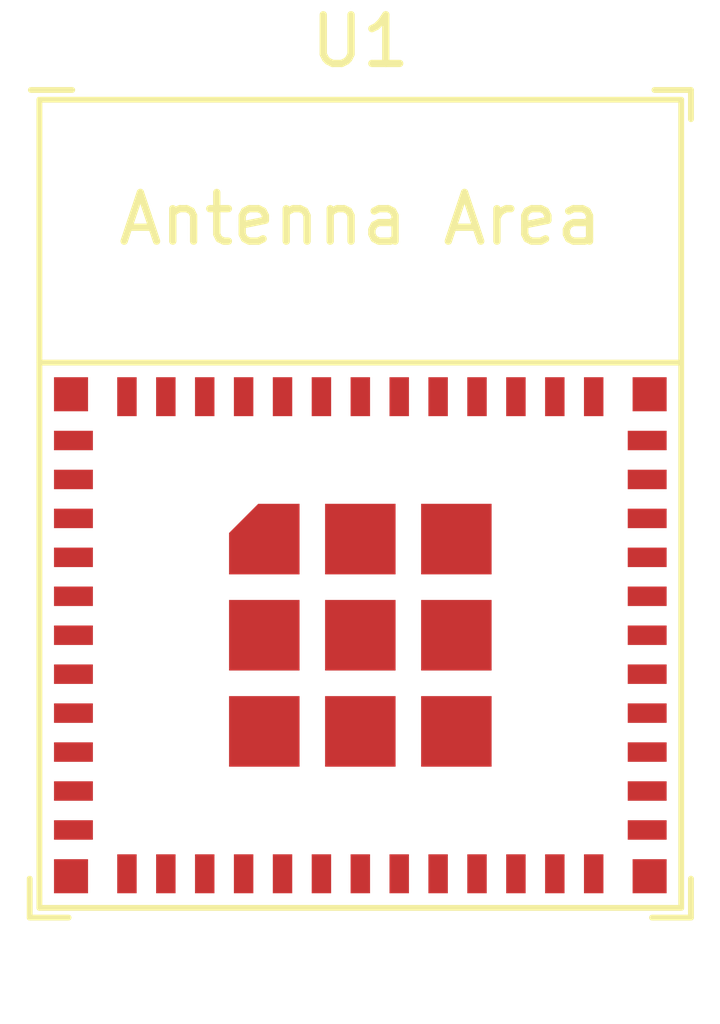
<source format=kicad_pcb>
(kicad_pcb (version 20241229) (generator "pcbnew") (generator_version "9.0")
  (layers (0 "F.Cu" signal) (2 "B.Cu" signal) (13 "F.Paste" user) (15 "B.Paste" user) (5 "F.SilkS" user "F.Silkscreen") (7 "B.SilkS" user "B.Silkscreen") (1 "F.Mask" user) (3 "B.Mask" user) (25 "Edge.Cuts" user))
  (net 0 "")
  (net 2 "Net-(U1-GND-Pad1)")
  (footprint "PCM_Espressif:ESP32-H2-MINI-1" (layer "F.Cu") (at 150.05 95.85)
    (property "Reference" "U1" (at 0 -9.5 0) (layer "F.SilkS"))
    (property "Value" "ESP32-H2-MINI-1")
    (fp_line (start -6.8 7.7) (end -6.8 8.5) (stroke (width 0.12)) (layer "F.SilkS"))
    (fp_line (start -6.8 8.5) (end -6 8.5) (stroke (width 0.12)) (layer "F.SilkS"))
    (fp_line (start -6.6 -8.3) (end 6.6 -8.3) (stroke (width 0.12)) (layer "F.SilkS"))
    (fp_line (start -6.6 -2.9) (end 6.6 -2.9) (stroke (width 0.12)) (layer "F.SilkS"))
    (fp_line (start -6.6 8.3) (end -6.6 -8.3) (stroke (width 0.12)) (layer "F.SilkS"))
    (fp_line (start -5.925 -8.5) (end -6.775 -8.5) (stroke (width 0.12)) (layer "F.SilkS"))
    (fp_line (start 6.05 -8.5) (end 6.8 -8.5) (stroke (width 0.12)) (layer "F.SilkS"))
    (fp_line (start 6.6 -8.3) (end 6.6 8.3) (stroke (width 0.12)) (layer "F.SilkS"))
    (fp_line (start 6.6 8.3) (end -6.6 8.3) (stroke (width 0.12)) (layer "F.SilkS"))
    (fp_line (start 6.8 -8.5) (end 6.8 -7.9) (stroke (width 0.12)) (layer "F.SilkS"))
    (fp_line (start 6.8 7.7) (end 6.8 8.5) (stroke (width 0.12)) (layer "F.SilkS"))
    (fp_line (start 6.8 8.5) (end 6 8.5) (stroke (width 0.12)) (layer "F.SilkS"))
    (fp_text user "Antenna Area" (at 0 -5.85 0) (layer "F.SilkS"))
    (pad "1" smd rect (at -5.9 -1.3 90) (size 0.4 0.8) (layers "F.Cu" "F.Mask" "F.Paste") (net 2 "Net-(U1-GND-Pad1)"))
    (pad "2" smd rect (at -5.9 -0.5 90) (size 0.4 0.8) (layers "F.Cu" "F.Mask" "F.Paste") (net 2 "Net-(U1-GND-Pad1)"))
    (pad "3" smd rect (at -5.9 0.3 90) (size 0.4 0.8) (layers "F.Cu" "F.Mask" "F.Paste"))
    (pad "4" smd rect (at -5.9 1.1 90) (size 0.4 0.8) (layers "F.Cu" "F.Mask" "F.Paste"))
    (pad "5" smd rect (at -5.9 1.9 90) (size 0.4 0.8) (layers "F.Cu" "F.Mask" "F.Paste"))
    (pad "6" smd rect (at -5.9 2.7 90) (size 0.4 0.8) (layers "F.Cu" "F.Mask" "F.Paste"))
    (pad "7" smd rect (at -5.9 3.5 90) (size 0.4 0.8) (layers "F.Cu" "F.Mask" "F.Paste"))
    (pad "8" smd rect (at -5.9 4.3 90) (size 0.4 0.8) (layers "F.Cu" "F.Mask" "F.Paste"))
    (pad "9" smd rect (at -5.9 5.1 90) (size 0.4 0.8) (layers "F.Cu" "F.Mask" "F.Paste"))
    (pad "10" smd rect (at -5.9 5.9 90) (size 0.4 0.8) (layers "F.Cu" "F.Mask" "F.Paste"))
    (pad "11" smd rect (at -5.9 6.7 90) (size 0.4 0.8) (layers "F.Cu" "F.Mask" "F.Paste") (net 2 "Net-(U1-GND-Pad1)"))
    (pad "12" smd rect (at -4.8 7.6) (size 0.4 0.8) (layers "F.Cu" "F.Mask" "F.Paste"))
    (pad "13" smd rect (at -4 7.6) (size 0.4 0.8) (layers "F.Cu" "F.Mask" "F.Paste"))
    (pad "14" smd rect (at -3.2 7.6) (size 0.4 0.8) (layers "F.Cu" "F.Mask" "F.Paste") (net 2 "Net-(U1-GND-Pad1)"))
    (pad "15" smd rect (at -2.4 7.6) (size 0.4 0.8) (layers "F.Cu" "F.Mask" "F.Paste"))
    (pad "16" smd rect (at -1.6 7.6) (size 0.4 0.8) (layers "F.Cu" "F.Mask" "F.Paste"))
    (pad "17" smd rect (at -0.8 7.6) (size 0.4 0.8) (layers "F.Cu" "F.Mask" "F.Paste"))
    (pad "18" smd rect (at 0 7.6) (size 0.4 0.8) (layers "F.Cu" "F.Mask" "F.Paste"))
    (pad "19" smd rect (at 0.8 7.6) (size 0.4 0.8) (layers "F.Cu" "F.Mask" "F.Paste"))
    (pad "20" smd rect (at 1.6 7.6) (size 0.4 0.8) (layers "F.Cu" "F.Mask" "F.Paste"))
    (pad "21" smd rect (at 2.4 7.6) (size 0.4 0.8) (layers "F.Cu" "F.Mask" "F.Paste"))
    (pad "22" smd rect (at 3.2 7.6) (size 0.4 0.8) (layers "F.Cu" "F.Mask" "F.Paste"))
    (pad "23" smd rect (at 4 7.6) (size 0.4 0.8) (layers "F.Cu" "F.Mask" "F.Paste"))
    (pad "24" smd rect (at 4.8 7.6) (size 0.4 0.8) (layers "F.Cu" "F.Mask" "F.Paste"))
    (pad "25" smd rect (at 5.9 6.7 90) (size 0.4 0.8) (layers "F.Cu" "F.Mask" "F.Paste"))
    (pad "26" smd rect (at 5.9 5.9 90) (size 0.4 0.8) (layers "F.Cu" "F.Mask" "F.Paste"))
    (pad "27" smd rect (at 5.9 5.1 90) (size 0.4 0.8) (layers "F.Cu" "F.Mask" "F.Paste"))
    (pad "28" smd rect (at 5.9 4.3 90) (size 0.4 0.8) (layers "F.Cu" "F.Mask" "F.Paste"))
    (pad "29" smd rect (at 5.9 3.5 90) (size 0.4 0.8) (layers "F.Cu" "F.Mask" "F.Paste"))
    (pad "30" smd rect (at 5.9 2.7 90) (size 0.4 0.8) (layers "F.Cu" "F.Mask" "F.Paste"))
    (pad "31" smd rect (at 5.9 1.9 90) (size 0.4 0.8) (layers "F.Cu" "F.Mask" "F.Paste"))
    (pad "32" smd rect (at 5.9 1.1 90) (size 0.4 0.8) (layers "F.Cu" "F.Mask" "F.Paste"))
    (pad "33" smd rect (at 5.9 0.3 90) (size 0.4 0.8) (layers "F.Cu" "F.Mask" "F.Paste"))
    (pad "34" smd rect (at 5.9 -0.5 90) (size 0.4 0.8) (layers "F.Cu" "F.Mask" "F.Paste"))
    (pad "35" smd rect (at 5.9 -1.3 90) (size 0.4 0.8) (layers "F.Cu" "F.Mask" "F.Paste"))
    (pad "36" smd rect (at 4.8 -2.2) (size 0.4 0.8) (layers "F.Cu" "F.Mask" "F.Paste") (net 2 "Net-(U1-GND-Pad1)"))
    (pad "37" smd rect (at 4 -2.2) (size 0.4 0.8) (layers "F.Cu" "F.Mask" "F.Paste") (net 2 "Net-(U1-GND-Pad1)"))
    (pad "38" smd rect (at 3.2 -2.2) (size 0.4 0.8) (layers "F.Cu" "F.Mask" "F.Paste") (net 2 "Net-(U1-GND-Pad1)"))
    (pad "39" smd rect (at 2.4 -2.2) (size 0.4 0.8) (layers "F.Cu" "F.Mask" "F.Paste") (net 2 "Net-(U1-GND-Pad1)"))
    (pad "40" smd rect (at 1.6 -2.2) (size 0.4 0.8) (layers "F.Cu" "F.Mask" "F.Paste") (net 2 "Net-(U1-GND-Pad1)"))
    (pad "41" smd rect (at 0.8 -2.2) (size 0.4 0.8) (layers "F.Cu" "F.Mask" "F.Paste") (net 2 "Net-(U1-GND-Pad1)"))
    (pad "42" smd rect (at 0 -2.2) (size 0.4 0.8) (layers "F.Cu" "F.Mask" "F.Paste") (net 2 "Net-(U1-GND-Pad1)"))
    (pad "43" smd rect (at -0.8 -2.2) (size 0.4 0.8) (layers "F.Cu" "F.Mask" "F.Paste") (net 2 "Net-(U1-GND-Pad1)"))
    (pad "44" smd rect (at -1.6 -2.2) (size 0.4 0.8) (layers "F.Cu" "F.Mask" "F.Paste") (net 2 "Net-(U1-GND-Pad1)"))
    (pad "45" smd rect (at -2.4 -2.2) (size 0.4 0.8) (layers "F.Cu" "F.Mask" "F.Paste") (net 2 "Net-(U1-GND-Pad1)"))
    (pad "46" smd rect (at -3.2 -2.2) (size 0.4 0.8) (layers "F.Cu" "F.Mask" "F.Paste") (net 2 "Net-(U1-GND-Pad1)"))
    (pad "47" smd rect (at -4 -2.2) (size 0.4 0.8) (layers "F.Cu" "F.Mask" "F.Paste") (net 2 "Net-(U1-GND-Pad1)"))
    (pad "48" smd rect (at -4.8 -2.2) (size 0.4 0.8) (layers "F.Cu" "F.Mask" "F.Paste") (net 2 "Net-(U1-GND-Pad1)"))
    (pad "49" smd custom (at -1.975 0.725) (size 0.8 0.8) (layers "F.Cu" "F.Mask" "F.Paste") (net 2 "Net-(U1-GND-Pad1)") (options (clearance outline) (anchor rect)) (primitives (gr_poly (pts (xy 0.725 0.725) (xy -0.725 0.725) (xy -0.725 -0.125) (xy -0.125 -0.725) (xy 0.725 -0.725)) (width 0) (fill yes))))
    (pad "49" smd rect (at -1.975 2.7 90) (size 1.45 1.45) (layers "F.Cu" "F.Mask" "F.Paste") (net 2 "Net-(U1-GND-Pad1)"))
    (pad "49" smd rect (at -1.975 4.675 90) (size 1.45 1.45) (layers "F.Cu" "F.Mask" "F.Paste") (net 2 "Net-(U1-GND-Pad1)"))
    (pad "49" smd rect (at 0 0.725 90) (size 1.45 1.45) (layers "F.Cu" "F.Mask" "F.Paste") (net 2 "Net-(U1-GND-Pad1)"))
    (pad "49" smd rect (at 0 2.7 90) (size 1.45 1.45) (layers "F.Cu" "F.Mask" "F.Paste") (net 2 "Net-(U1-GND-Pad1)"))
    (pad "49" smd rect (at 0 4.675 90) (size 1.45 1.45) (layers "F.Cu" "F.Mask" "F.Paste") (net 2 "Net-(U1-GND-Pad1)"))
    (pad "49" smd rect (at 1.975 0.725 90) (size 1.45 1.45) (layers "F.Cu" "F.Mask" "F.Paste") (net 2 "Net-(U1-GND-Pad1)"))
    (pad "49" smd rect (at 1.975 2.7 90) (size 1.45 1.45) (layers "F.Cu" "F.Mask" "F.Paste") (net 2 "Net-(U1-GND-Pad1)"))
    (pad "49" smd rect (at 1.975 4.675 90) (size 1.45 1.45) (layers "F.Cu" "F.Mask" "F.Paste") (net 2 "Net-(U1-GND-Pad1)"))
    (pad "50" smd rect (at 5.95 -2.25 90) (size 0.7 0.7) (layers "F.Cu" "F.Mask" "F.Paste") (net 2 "Net-(U1-GND-Pad1)"))
    (pad "51" smd rect (at 5.95 7.65 90) (size 0.7 0.7) (layers "F.Cu" "F.Mask" "F.Paste") (net 2 "Net-(U1-GND-Pad1)"))
    (pad "52" smd rect (at -5.95 7.65 90) (size 0.7 0.7) (layers "F.Cu" "F.Mask" "F.Paste") (net 2 "Net-(U1-GND-Pad1)"))
    (pad "53" smd rect (at -5.95 -2.25 90) (size 0.7 0.7) (layers "F.Cu" "F.Mask" "F.Paste") (net 2 "Net-(U1-GND-Pad1)"))
  )
)
</source>
